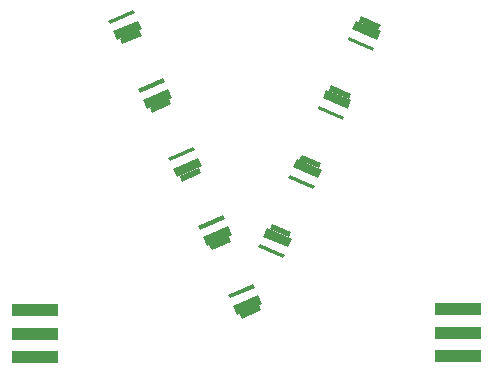
<source format=gts>
G04 #@! TF.FileFunction,Soldermask,Top*
%FSLAX46Y46*%
G04 Gerber Fmt 4.6, Leading zero omitted, Abs format (unit mm)*
G04 Created by KiCad (PCBNEW 4.0.0-rc2-stable) date 3/3/2016 3:48:31 PM*
%MOMM*%
G01*
G04 APERTURE LIST*
%ADD10C,0.150000*%
%ADD11R,4.000000X1.000000*%
%ADD12C,0.600000*%
G04 APERTURE END LIST*
D10*
G36*
X76600051Y-21338384D02*
X78253344Y-22050157D01*
X78055629Y-22509406D01*
X76402336Y-21797633D01*
X76600051Y-21338384D01*
X76600051Y-21338384D01*
G37*
G36*
X75583523Y-23067335D02*
X77696065Y-23976822D01*
X77569527Y-24270741D01*
X75456985Y-23361254D01*
X75583523Y-23067335D01*
X75583523Y-23067335D01*
G37*
G36*
X76172712Y-21698776D02*
X78285254Y-22608263D01*
X77968910Y-23343060D01*
X75856368Y-22433573D01*
X76172712Y-21698776D01*
X76172712Y-21698776D01*
G37*
G36*
X74083282Y-27184297D02*
X75736575Y-27896070D01*
X75538860Y-28355319D01*
X73885567Y-27643546D01*
X74083282Y-27184297D01*
X74083282Y-27184297D01*
G37*
G36*
X73066754Y-28913248D02*
X75179296Y-29822735D01*
X75052758Y-30116654D01*
X72940216Y-29207167D01*
X73066754Y-28913248D01*
X73066754Y-28913248D01*
G37*
G36*
X73655943Y-27544689D02*
X75768485Y-28454176D01*
X75452141Y-29188973D01*
X73339599Y-28279486D01*
X73655943Y-27544689D01*
X73655943Y-27544689D01*
G37*
G36*
X71566513Y-33030206D02*
X73219806Y-33741979D01*
X73022091Y-34201228D01*
X71368798Y-33489455D01*
X71566513Y-33030206D01*
X71566513Y-33030206D01*
G37*
G36*
X70549985Y-34759157D02*
X72662527Y-35668644D01*
X72535989Y-35962563D01*
X70423447Y-35053076D01*
X70549985Y-34759157D01*
X70549985Y-34759157D01*
G37*
G36*
X71139174Y-33390598D02*
X73251716Y-34300085D01*
X72935372Y-35034882D01*
X70822830Y-34125395D01*
X71139174Y-33390598D01*
X71139174Y-33390598D01*
G37*
G36*
X69049743Y-38876119D02*
X70703036Y-39587892D01*
X70505321Y-40047141D01*
X68852028Y-39335368D01*
X69049743Y-38876119D01*
X69049743Y-38876119D01*
G37*
G36*
X68033215Y-40605070D02*
X70145757Y-41514557D01*
X70019219Y-41808476D01*
X67906677Y-40898989D01*
X68033215Y-40605070D01*
X68033215Y-40605070D01*
G37*
G36*
X68622404Y-39236511D02*
X70734946Y-40145998D01*
X70418602Y-40880795D01*
X68306060Y-39971308D01*
X68622404Y-39236511D01*
X68622404Y-39236511D01*
G37*
G36*
X68144577Y-46214946D02*
X66494760Y-46934740D01*
X66294817Y-46476458D01*
X67944634Y-45756664D01*
X68144577Y-46214946D01*
X68144577Y-46214946D01*
G37*
G36*
X67577945Y-44291011D02*
X65469846Y-45210748D01*
X65341883Y-44917447D01*
X67449982Y-43997710D01*
X67577945Y-44291011D01*
X67577945Y-44291011D01*
G37*
G36*
X68173775Y-45656692D02*
X66065676Y-46576430D01*
X65745767Y-45843178D01*
X67853866Y-44923440D01*
X68173775Y-45656692D01*
X68173775Y-45656692D01*
G37*
G36*
X65610407Y-40406440D02*
X63960590Y-41126234D01*
X63760647Y-40667952D01*
X65410464Y-39948158D01*
X65610407Y-40406440D01*
X65610407Y-40406440D01*
G37*
G36*
X65043775Y-38482505D02*
X62935676Y-39402242D01*
X62807713Y-39108941D01*
X64915812Y-38189204D01*
X65043775Y-38482505D01*
X65043775Y-38482505D01*
G37*
G36*
X65639605Y-39848186D02*
X63531506Y-40767924D01*
X63211597Y-40034672D01*
X65319696Y-39114934D01*
X65639605Y-39848186D01*
X65639605Y-39848186D01*
G37*
G36*
X63076231Y-34597932D02*
X61426414Y-35317726D01*
X61226471Y-34859444D01*
X62876288Y-34139650D01*
X63076231Y-34597932D01*
X63076231Y-34597932D01*
G37*
G36*
X62509599Y-32673997D02*
X60401500Y-33593734D01*
X60273537Y-33300433D01*
X62381636Y-32380696D01*
X62509599Y-32673997D01*
X62509599Y-32673997D01*
G37*
G36*
X63105429Y-34039678D02*
X60997330Y-34959416D01*
X60677421Y-34226164D01*
X62785520Y-33306426D01*
X63105429Y-34039678D01*
X63105429Y-34039678D01*
G37*
G36*
X60542052Y-28789428D02*
X58892235Y-29509222D01*
X58692292Y-29050940D01*
X60342109Y-28331146D01*
X60542052Y-28789428D01*
X60542052Y-28789428D01*
G37*
G36*
X59975420Y-26865493D02*
X57867321Y-27785230D01*
X57739358Y-27491929D01*
X59847457Y-26572192D01*
X59975420Y-26865493D01*
X59975420Y-26865493D01*
G37*
G36*
X60571250Y-28231174D02*
X58463151Y-29150912D01*
X58143242Y-28417660D01*
X60251341Y-27497922D01*
X60571250Y-28231174D01*
X60571250Y-28231174D01*
G37*
G36*
X58007877Y-22980922D02*
X56358060Y-23700716D01*
X56158117Y-23242434D01*
X57807934Y-22522640D01*
X58007877Y-22980922D01*
X58007877Y-22980922D01*
G37*
G36*
X57441245Y-21056987D02*
X55333146Y-21976724D01*
X55205183Y-21683423D01*
X57313282Y-20763686D01*
X57441245Y-21056987D01*
X57441245Y-21056987D01*
G37*
G36*
X58037075Y-22422668D02*
X55928976Y-23342406D01*
X55609067Y-22609154D01*
X57717166Y-21689416D01*
X58037075Y-22422668D01*
X58037075Y-22422668D01*
G37*
D11*
X84825836Y-50117210D03*
X84825836Y-48117210D03*
X84825836Y-46117210D03*
D12*
X83825836Y-50117210D03*
X83825836Y-48117210D03*
X83825836Y-46117210D03*
D11*
X49020840Y-46192207D03*
X49020840Y-48192207D03*
X49020840Y-50192207D03*
D12*
X50020840Y-46192207D03*
X50020840Y-48192207D03*
X50020840Y-50192207D03*
M02*

</source>
